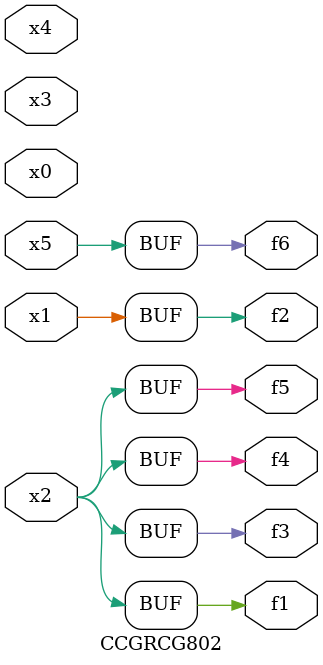
<source format=v>
module CCGRCG802(
	input x0, x1, x2, x3, x4, x5,
	output f1, f2, f3, f4, f5, f6
);
	assign f1 = x2;
	assign f2 = x1;
	assign f3 = x2;
	assign f4 = x2;
	assign f5 = x2;
	assign f6 = x5;
endmodule

</source>
